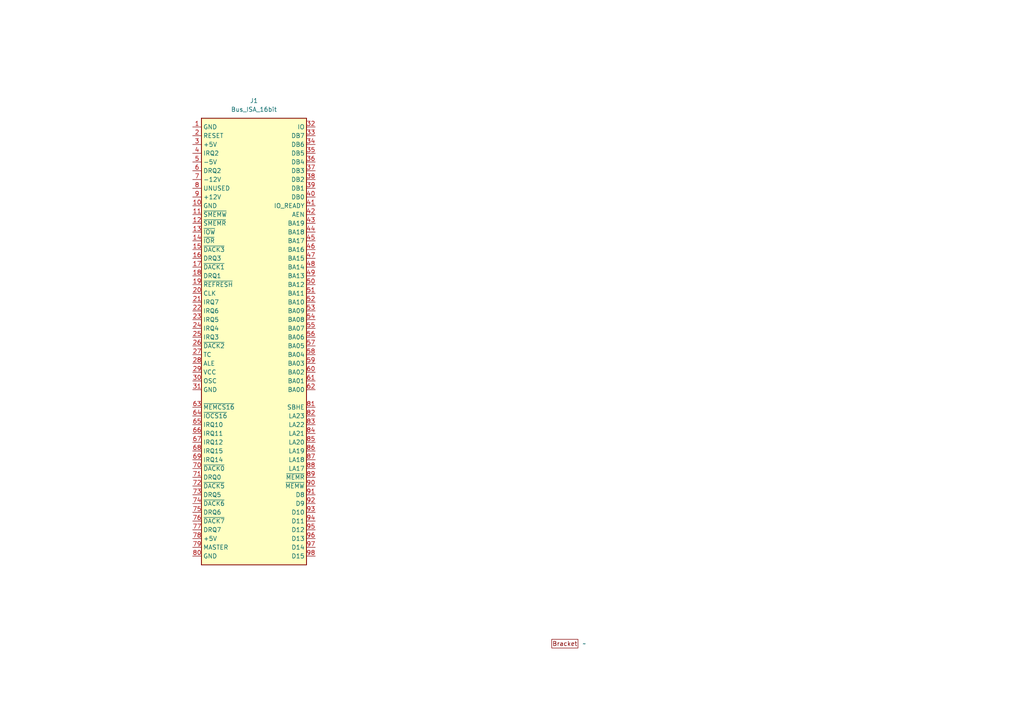
<source format=kicad_sch>
(kicad_sch (version 20231120) (generator "eeschema") (generator_version "8.0")
  (paper "A4")
  (lib_symbols
    (symbol "Connector:Bus_ISA_16bit"
      (property "Reference" "J" (at 0 67.945 0))
      (property "Value" "Bus_ISA_16bit" (at 0 -65.405 0))
      (symbol "Bus_ISA_16bit_0_1"
        (rectangle (start -15.24 -63.5) (end 15.24 66.04) (stroke (width 0.254)) (fill (type background)))
      )
      (symbol "Bus_ISA_16bit_1_1"
        (pin power_in line (at -17.78 63.5 0) (length 2.54) (name "GND") (number "1"))
        (pin power_in line (at -17.78 40.64 0) (length 2.54) (name "GND") (number "10"))
        (pin output line (at -17.78 38.1 0) (length 2.54) (name "~{SMEMW}") (number "11"))
        (pin output line (at -17.78 35.56 0) (length 2.54) (name "~{SMEMR}") (number "12"))
        (pin output line (at -17.78 33.02 0) (length 2.54) (name "~{IOW}") (number "13"))
        (pin output line (at -17.78 30.48 0) (length 2.54) (name "~{IOR}") (number "14"))
        (pin passive line (at -17.78 27.94 0) (length 2.54) (name "~{DACK3}") (number "15"))
        (pin passive line (at -17.78 25.4 0) (length 2.54) (name "DRQ3") (number "16"))
        (pin passive line (at -17.78 22.86 0) (length 2.54) (name "~{DACK1}") (number "17"))
        (pin passive line (at -17.78 20.32 0) (length 2.54) (name "DRQ1") (number "18"))
        (pin passive line (at -17.78 17.78 0) (length 2.54) (name "~{REFRESH}") (number "19"))
        (pin output line (at -17.78 60.96 0) (length 2.54) (name "RESET") (number "2"))
        (pin output line (at -17.78 15.24 0) (length 2.54) (name "CLK") (number "20"))
        (pin passive line (at -17.78 12.7 0) (length 2.54) (name "IRQ7") (number "21"))
        (pin passive line (at -17.78 10.16 0) (length 2.54) (name "IRQ6") (number "22"))
        (pin passive line (at -17.78 7.62 0) (length 2.54) (name "IRQ5") (number "23"))
        (pin passive line (at -17.78 5.08 0) (length 2.54) (name "IRQ4") (number "24"))
        (pin passive line (at -17.78 2.54 0) (length 2.54) (name "IRQ3") (number "25"))
        (pin passive line (at -17.78 0 0) (length 2.54) (name "~{DACK2}") (number "26"))
        (pin passive line (at -17.78 -2.54 0) (length 2.54) (name "TC") (number "27"))
        (pin output line (at -17.78 -5.08 0) (length 2.54) (name "ALE") (number "28"))
        (pin power_in line (at -17.78 -7.62 0) (length 2.54) (name "VCC") (number "29"))
        (pin power_in line (at -17.78 58.42 0) (length 2.54) (name "+5V") (number "3"))
        (pin output line (at -17.78 -10.16 0) (length 2.54) (name "OSC") (number "30"))
        (pin power_in line (at -17.78 -12.7 0) (length 2.54) (name "GND") (number "31"))
        (pin passive line (at 17.78 63.5 180) (length 2.54) (name "IO") (number "32"))
        (pin tri_state line (at 17.78 60.96 180) (length 2.54) (name "DB7") (number "33"))
        (pin tri_state line (at 17.78 58.42 180) (length 2.54) (name "DB6") (number "34"))
        (pin tri_state line (at 17.78 55.88 180) (length 2.54) (name "DB5") (number "35"))
        (pin tri_state line (at 17.78 53.34 180) (length 2.54) (name "DB4") (number "36"))
        (pin tri_state line (at 17.78 50.8 180) (length 2.54) (name "DB3") (number "37"))
        (pin tri_state line (at 17.78 48.26 180) (length 2.54) (name "DB2") (number "38"))
        (pin tri_state line (at 17.78 45.72 180) (length 2.54) (name "DB1") (number "39"))
        (pin passive line (at -17.78 55.88 0) (length 2.54) (name "IRQ2") (number "4"))
        (pin tri_state line (at 17.78 43.18 180) (length 2.54) (name "DB0") (number "40"))
        (pin passive line (at 17.78 40.64 180) (length 2.54) (name "IO_READY") (number "41"))
        (pin output line (at 17.78 38.1 180) (length 2.54) (name "AEN") (number "42"))
        (pin tri_state line (at 17.78 35.56 180) (length 2.54) (name "BA19") (number "43"))
        (pin tri_state line (at 17.78 33.02 180) (length 2.54) (name "BA18") (number "44"))
        (pin tri_state line (at 17.78 30.48 180) (length 2.54) (name "BA17") (number "45"))
        (pin tri_state line (at 17.78 27.94 180) (length 2.54) (name "BA16") (number "46"))
        (pin tri_state line (at 17.78 25.4 180) (length 2.54) (name "BA15") (number "47"))
        (pin tri_state line (at 17.78 22.86 180) (length 2.54) (name "BA14") (number "48"))
        (pin tri_state line (at 17.78 20.32 180) (length 2.54) (name "BA13") (number "49"))
        (pin power_in line (at -17.78 53.34 0) (length 2.54) (name "-5V") (number "5"))
        (pin tri_state line (at 17.78 17.78 180) (length 2.54) (name "BA12") (number "50"))
        (pin tri_state line (at 17.78 15.24 180) (length 2.54) (name "BA11") (number "51"))
        (pin tri_state line (at 17.78 12.7 180) (length 2.54) (name "BA10") (number "52"))
        (pin tri_state line (at 17.78 10.16 180) (length 2.54) (name "BA09") (number "53"))
        (pin tri_state line (at 17.78 7.62 180) (length 2.54) (name "BA08") (number "54"))
        (pin tri_state line (at 17.78 5.08 180) (length 2.54) (name "BA07") (number "55"))
        (pin tri_state line (at 17.78 2.54 180) (length 2.54) (name "BA06") (number "56"))
        (pin tri_state line (at 17.78 0 180) (length 2.54) (name "BA05") (number "57"))
        (pin tri_state line (at 17.78 -2.54 180) (length 2.54) (name "BA04") (number "58"))
        (pin tri_state line (at 17.78 -5.08 180) (length 2.54) (name "BA03") (number "59"))
        (pin passive line (at -17.78 50.8 0) (length 2.54) (name "DRQ2") (number "6"))
        (pin tri_state line (at 17.78 -7.62 180) (length 2.54) (name "BA02") (number "60"))
        (pin tri_state line (at 17.78 -10.16 180) (length 2.54) (name "BA01") (number "61"))
        (pin tri_state line (at 17.78 -12.7 180) (length 2.54) (name "BA00") (number "62"))
        (pin passive line (at -17.78 -17.78 0) (length 2.54) (name "~{MEMCS16}") (number "63"))
        (pin passive line (at -17.78 -20.32 0) (length 2.54) (name "~{IOCS16}") (number "64"))
        (pin passive line (at -17.78 -22.86 0) (length 2.54) (name "IRQ10") (number "65"))
        (pin passive line (at -17.78 -25.4 0) (length 2.54) (name "IRQ11") (number "66"))
        (pin passive line (at -17.78 -27.94 0) (length 2.54) (name "IRQ12") (number "67"))
        (pin passive line (at -17.78 -30.48 0) (length 2.54) (name "IRQ15") (number "68"))
        (pin passive line (at -17.78 -33.02 0) (length 2.54) (name "IRQ14") (number "69"))
        (pin power_in line (at -17.78 48.26 0) (length 2.54) (name "-12V") (number "7"))
        (pin output line (at -17.78 -35.56 0) (length 2.54) (name "~{DACK0}") (number "70"))
        (pin passive line (at -17.78 -38.1 0) (length 2.54) (name "DRQ0") (number "71"))
        (pin output line (at -17.78 -40.64 0) (length 2.54) (name "~{DACK5}") (number "72"))
        (pin passive line (at -17.78 -43.18 0) (length 2.54) (name "DRQ5") (number "73"))
        (pin output line (at -17.78 -45.72 0) (length 2.54) (name "~{DACK6}") (number "74"))
        (pin passive line (at -17.78 -48.26 0) (length 2.54) (name "DRQ6") (number "75"))
        (pin output line (at -17.78 -50.8 0) (length 2.54) (name "~{DACK7}") (number "76"))
        (pin passive line (at -17.78 -53.34 0) (length 2.54) (name "DRQ7") (number "77"))
        (pin power_in line (at -17.78 -55.88 0) (length 2.54) (name "+5V") (number "78"))
        (pin passive line (at -17.78 -58.42 0) (length 2.54) (name "MASTER") (number "79"))
        (pin passive line (at -17.78 45.72 0) (length 2.54) (name "UNUSED") (number "8"))
        (pin power_in line (at -17.78 -60.96 0) (length 2.54) (name "GND") (number "80"))
        (pin passive line (at 17.78 -17.78 180) (length 2.54) (name "SBHE") (number "81"))
        (pin passive line (at 17.78 -20.32 180) (length 2.54) (name "LA23") (number "82"))
        (pin passive line (at 17.78 -22.86 180) (length 2.54) (name "LA22") (number "83"))
        (pin passive line (at 17.78 -25.4 180) (length 2.54) (name "LA21") (number "84"))
        (pin passive line (at 17.78 -27.94 180) (length 2.54) (name "LA20") (number "85"))
        (pin passive line (at 17.78 -30.48 180) (length 2.54) (name "LA19") (number "86"))
        (pin passive line (at 17.78 -33.02 180) (length 2.54) (name "LA18") (number "87"))
        (pin passive line (at 17.78 -35.56 180) (length 2.54) (name "LA17") (number "88"))
        (pin output line (at 17.78 -38.1 180) (length 2.54) (name "~{MEMR}") (number "89"))
        (pin power_in line (at -17.78 43.18 0) (length 2.54) (name "+12V") (number "9"))
        (pin output line (at 17.78 -40.64 180) (length 2.54) (name "~{MEMW}") (number "90"))
        (pin tri_state line (at 17.78 -43.18 180) (length 2.54) (name "D8") (number "91"))
        (pin tri_state line (at 17.78 -45.72 180) (length 2.54) (name "D9") (number "92"))
        (pin tri_state line (at 17.78 -48.26 180) (length 2.54) (name "D10") (number "93"))
        (pin tri_state line (at 17.78 -50.8 180) (length 2.54) (name "D11") (number "94"))
        (pin tri_state line (at 17.78 -53.34 180) (length 2.54) (name "D12") (number "95"))
        (pin tri_state line (at 17.78 -55.88 180) (length 2.54) (name "D13") (number "96"))
        (pin tri_state line (at 17.78 -58.42 180) (length 2.54) (name "D14") (number "97"))
        (pin tri_state line (at 17.78 -60.96 180) (length 2.54) (name "D15") (number "98"))
      )
    )
    (symbol "pc-parts:9202"
      (symbol "9202_1_1"
        (rectangle (start -3.81 1.27) (end 3.81 -1.27))
        (text "Bracket" (at 0 0 0) (effects (font (size 1.27 1.27))))
      )
    )
  )
  (symbol (lib_id "pc-parts:9202") (at 163.83 186.69 0) (unit 1)
    (property "Reference" "U1" (effects (hide yes)))
    (property "Value" "~" (at 168.91 186.69 0) (effects (justify left)))
    (property "Footprint" "pc-parts:PC_BRACKET_ISA_KEYSTONE_9202_Rev1" (effects (hide yes)))
  )
  (symbol (lib_id "Connector:Bus_ISA_16bit") (at 73.66 100.33 0) (unit 1)
    (property "Reference" "J1" (at 73.66 29.21 0))
    (property "Value" "Bus_ISA_16bit" (at 73.66 31.75 0))
    (property "Footprint" "Connector_PCBEdge:BUS_AT" (effects (hide yes)))
    (property "Datasheet" "https://en.wikipedia.org/wiki/Industry_Standard_Architecture" (effects (hide yes)))
    (property "Description" "16-bit ISA-AT bus connector" (effects (hide yes)))
  )
)
</source>
